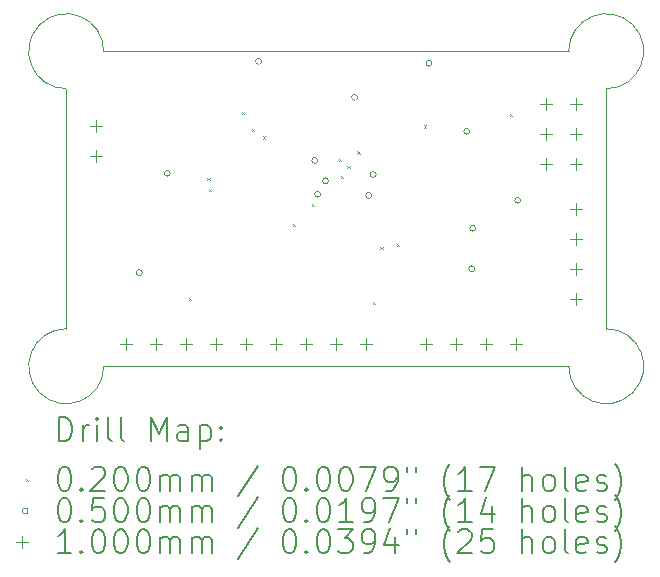
<source format=gbr>
%TF.GenerationSoftware,KiCad,Pcbnew,8.0.1*%
%TF.CreationDate,2024-04-18T13:35:58+10:00*%
%TF.ProjectId,MCU Datalogger,4d435520-4461-4746-916c-6f676765722e,1*%
%TF.SameCoordinates,Original*%
%TF.FileFunction,Drillmap*%
%TF.FilePolarity,Positive*%
%FSLAX45Y45*%
G04 Gerber Fmt 4.5, Leading zero omitted, Abs format (unit mm)*
G04 Created by KiCad (PCBNEW 8.0.1) date 2024-04-18 13:35:58*
%MOMM*%
%LPD*%
G01*
G04 APERTURE LIST*
%ADD10C,0.100000*%
%ADD11C,0.200000*%
G04 APERTURE END LIST*
D10*
X16573500Y-7048500D02*
X16573500Y-9080500D01*
X12001500Y-9080500D02*
X12001500Y-7048500D01*
X16256000Y-6731000D02*
G75*
G02*
X16573500Y-7048500I317500J0D01*
G01*
X16256000Y-9398000D02*
X12319000Y-9398000D01*
X12319000Y-9398000D02*
G75*
G02*
X12001500Y-9080500I-317500J0D01*
G01*
X16573500Y-9080500D02*
G75*
G02*
X16256000Y-9398000I0J-317500D01*
G01*
X12001500Y-7048500D02*
G75*
G02*
X12319000Y-6731000I0J317500D01*
G01*
X12319000Y-6731000D02*
X16256000Y-6731000D01*
D11*
D10*
X13037980Y-8816500D02*
X13057980Y-8836500D01*
X13057980Y-8816500D02*
X13037980Y-8836500D01*
X13196730Y-7804310D02*
X13216730Y-7824310D01*
X13216730Y-7804310D02*
X13196730Y-7824310D01*
X13208160Y-7897020D02*
X13228160Y-7917020D01*
X13228160Y-7897020D02*
X13208160Y-7917020D01*
X13490100Y-7244240D02*
X13510100Y-7264240D01*
X13510100Y-7244240D02*
X13490100Y-7264240D01*
X13573920Y-7386480D02*
X13593920Y-7406480D01*
X13593920Y-7386480D02*
X13573920Y-7406480D01*
X13665360Y-7452520D02*
X13685360Y-7472520D01*
X13685360Y-7452520D02*
X13665360Y-7472520D01*
X13921900Y-8194200D02*
X13941900Y-8214200D01*
X13941900Y-8194200D02*
X13921900Y-8214200D01*
X14081920Y-8024020D02*
X14101920Y-8044020D01*
X14101920Y-8024020D02*
X14081920Y-8044020D01*
X14307980Y-7640480D02*
X14327980Y-7660480D01*
X14327980Y-7640480D02*
X14307980Y-7660480D01*
X14325760Y-7785260D02*
X14345760Y-7805260D01*
X14345760Y-7785260D02*
X14325760Y-7805260D01*
X14381000Y-7701440D02*
X14401000Y-7721440D01*
X14401000Y-7701440D02*
X14381000Y-7721440D01*
X14465460Y-7579520D02*
X14485460Y-7599520D01*
X14485460Y-7579520D02*
X14465460Y-7599520D01*
X14595000Y-8852060D02*
X14615000Y-8872060D01*
X14615000Y-8852060D02*
X14595000Y-8872060D01*
X14661040Y-8384700D02*
X14681040Y-8404700D01*
X14681040Y-8384700D02*
X14661040Y-8404700D01*
X14800740Y-8364380D02*
X14820740Y-8384380D01*
X14820740Y-8364380D02*
X14800740Y-8384380D01*
X15029340Y-7358540D02*
X15049340Y-7378540D01*
X15049340Y-7358540D02*
X15029340Y-7378540D01*
X15758320Y-7259480D02*
X15778320Y-7279480D01*
X15778320Y-7259480D02*
X15758320Y-7279480D01*
X12643720Y-8605520D02*
G75*
G02*
X12593720Y-8605520I-25000J0D01*
G01*
X12593720Y-8605520D02*
G75*
G02*
X12643720Y-8605520I25000J0D01*
G01*
X12882480Y-7764780D02*
G75*
G02*
X12832480Y-7764780I-25000J0D01*
G01*
X12832480Y-7764780D02*
G75*
G02*
X12882480Y-7764780I25000J0D01*
G01*
X13654640Y-6817360D02*
G75*
G02*
X13604640Y-6817360I-25000J0D01*
G01*
X13604640Y-6817360D02*
G75*
G02*
X13654640Y-6817360I25000J0D01*
G01*
X14129620Y-7655560D02*
G75*
G02*
X14079620Y-7655560I-25000J0D01*
G01*
X14079620Y-7655560D02*
G75*
G02*
X14129620Y-7655560I25000J0D01*
G01*
X14155020Y-7942580D02*
G75*
G02*
X14105020Y-7942580I-25000J0D01*
G01*
X14105020Y-7942580D02*
G75*
G02*
X14155020Y-7942580I25000J0D01*
G01*
X14221060Y-7828280D02*
G75*
G02*
X14171060Y-7828280I-25000J0D01*
G01*
X14171060Y-7828280D02*
G75*
G02*
X14221060Y-7828280I25000J0D01*
G01*
X14467440Y-7122160D02*
G75*
G02*
X14417440Y-7122160I-25000J0D01*
G01*
X14417440Y-7122160D02*
G75*
G02*
X14467440Y-7122160I25000J0D01*
G01*
X14586820Y-7952740D02*
G75*
G02*
X14536820Y-7952740I-25000J0D01*
G01*
X14536820Y-7952740D02*
G75*
G02*
X14586820Y-7952740I25000J0D01*
G01*
X14624920Y-7774940D02*
G75*
G02*
X14574920Y-7774940I-25000J0D01*
G01*
X14574920Y-7774940D02*
G75*
G02*
X14624920Y-7774940I25000J0D01*
G01*
X15097360Y-6832600D02*
G75*
G02*
X15047360Y-6832600I-25000J0D01*
G01*
X15047360Y-6832600D02*
G75*
G02*
X15097360Y-6832600I25000J0D01*
G01*
X15417400Y-7409180D02*
G75*
G02*
X15367400Y-7409180I-25000J0D01*
G01*
X15367400Y-7409180D02*
G75*
G02*
X15417400Y-7409180I25000J0D01*
G01*
X15460580Y-8572500D02*
G75*
G02*
X15410580Y-8572500I-25000J0D01*
G01*
X15410580Y-8572500D02*
G75*
G02*
X15460580Y-8572500I25000J0D01*
G01*
X15468200Y-8229600D02*
G75*
G02*
X15418200Y-8229600I-25000J0D01*
G01*
X15418200Y-8229600D02*
G75*
G02*
X15468200Y-8229600I25000J0D01*
G01*
X15849200Y-7993380D02*
G75*
G02*
X15799200Y-7993380I-25000J0D01*
G01*
X15799200Y-7993380D02*
G75*
G02*
X15849200Y-7993380I25000J0D01*
G01*
X12255500Y-7316000D02*
X12255500Y-7416000D01*
X12205500Y-7366000D02*
X12305500Y-7366000D01*
X12255500Y-7570000D02*
X12255500Y-7670000D01*
X12205500Y-7620000D02*
X12305500Y-7620000D01*
X12510500Y-9157500D02*
X12510500Y-9257500D01*
X12460500Y-9207500D02*
X12560500Y-9207500D01*
X12764500Y-9157500D02*
X12764500Y-9257500D01*
X12714500Y-9207500D02*
X12814500Y-9207500D01*
X13018500Y-9157500D02*
X13018500Y-9257500D01*
X12968500Y-9207500D02*
X13068500Y-9207500D01*
X13272500Y-9157500D02*
X13272500Y-9257500D01*
X13222500Y-9207500D02*
X13322500Y-9207500D01*
X13526500Y-9157500D02*
X13526500Y-9257500D01*
X13476500Y-9207500D02*
X13576500Y-9207500D01*
X13780500Y-9157500D02*
X13780500Y-9257500D01*
X13730500Y-9207500D02*
X13830500Y-9207500D01*
X14034500Y-9157500D02*
X14034500Y-9257500D01*
X13984500Y-9207500D02*
X14084500Y-9207500D01*
X14288500Y-9157500D02*
X14288500Y-9257500D01*
X14238500Y-9207500D02*
X14338500Y-9207500D01*
X14542500Y-9157500D02*
X14542500Y-9257500D01*
X14492500Y-9207500D02*
X14592500Y-9207500D01*
X15050500Y-9157500D02*
X15050500Y-9257500D01*
X15000500Y-9207500D02*
X15100500Y-9207500D01*
X15304500Y-9157500D02*
X15304500Y-9257500D01*
X15254500Y-9207500D02*
X15354500Y-9207500D01*
X15558500Y-9157500D02*
X15558500Y-9257500D01*
X15508500Y-9207500D02*
X15608500Y-9207500D01*
X15812500Y-9157500D02*
X15812500Y-9257500D01*
X15762500Y-9207500D02*
X15862500Y-9207500D01*
X16065000Y-7127000D02*
X16065000Y-7227000D01*
X16015000Y-7177000D02*
X16115000Y-7177000D01*
X16065000Y-7381000D02*
X16065000Y-7481000D01*
X16015000Y-7431000D02*
X16115000Y-7431000D01*
X16065000Y-7635000D02*
X16065000Y-7735000D01*
X16015000Y-7685000D02*
X16115000Y-7685000D01*
X16319000Y-7127000D02*
X16319000Y-7227000D01*
X16269000Y-7177000D02*
X16369000Y-7177000D01*
X16319000Y-7381000D02*
X16319000Y-7481000D01*
X16269000Y-7431000D02*
X16369000Y-7431000D01*
X16319000Y-7635000D02*
X16319000Y-7735000D01*
X16269000Y-7685000D02*
X16369000Y-7685000D01*
X16319500Y-8014500D02*
X16319500Y-8114500D01*
X16269500Y-8064500D02*
X16369500Y-8064500D01*
X16319500Y-8268500D02*
X16319500Y-8368500D01*
X16269500Y-8318500D02*
X16369500Y-8318500D01*
X16319500Y-8522500D02*
X16319500Y-8622500D01*
X16269500Y-8572500D02*
X16369500Y-8572500D01*
X16319500Y-8776500D02*
X16319500Y-8876500D01*
X16269500Y-8826500D02*
X16369500Y-8826500D01*
D11*
X11939777Y-10031984D02*
X11939777Y-9831984D01*
X11939777Y-9831984D02*
X11987396Y-9831984D01*
X11987396Y-9831984D02*
X12015967Y-9841508D01*
X12015967Y-9841508D02*
X12035015Y-9860555D01*
X12035015Y-9860555D02*
X12044539Y-9879603D01*
X12044539Y-9879603D02*
X12054062Y-9917698D01*
X12054062Y-9917698D02*
X12054062Y-9946270D01*
X12054062Y-9946270D02*
X12044539Y-9984365D01*
X12044539Y-9984365D02*
X12035015Y-10003412D01*
X12035015Y-10003412D02*
X12015967Y-10022460D01*
X12015967Y-10022460D02*
X11987396Y-10031984D01*
X11987396Y-10031984D02*
X11939777Y-10031984D01*
X12139777Y-10031984D02*
X12139777Y-9898650D01*
X12139777Y-9936746D02*
X12149301Y-9917698D01*
X12149301Y-9917698D02*
X12158824Y-9908174D01*
X12158824Y-9908174D02*
X12177872Y-9898650D01*
X12177872Y-9898650D02*
X12196920Y-9898650D01*
X12263586Y-10031984D02*
X12263586Y-9898650D01*
X12263586Y-9831984D02*
X12254062Y-9841508D01*
X12254062Y-9841508D02*
X12263586Y-9851031D01*
X12263586Y-9851031D02*
X12273110Y-9841508D01*
X12273110Y-9841508D02*
X12263586Y-9831984D01*
X12263586Y-9831984D02*
X12263586Y-9851031D01*
X12387396Y-10031984D02*
X12368348Y-10022460D01*
X12368348Y-10022460D02*
X12358824Y-10003412D01*
X12358824Y-10003412D02*
X12358824Y-9831984D01*
X12492158Y-10031984D02*
X12473110Y-10022460D01*
X12473110Y-10022460D02*
X12463586Y-10003412D01*
X12463586Y-10003412D02*
X12463586Y-9831984D01*
X12720729Y-10031984D02*
X12720729Y-9831984D01*
X12720729Y-9831984D02*
X12787396Y-9974841D01*
X12787396Y-9974841D02*
X12854062Y-9831984D01*
X12854062Y-9831984D02*
X12854062Y-10031984D01*
X13035015Y-10031984D02*
X13035015Y-9927222D01*
X13035015Y-9927222D02*
X13025491Y-9908174D01*
X13025491Y-9908174D02*
X13006443Y-9898650D01*
X13006443Y-9898650D02*
X12968348Y-9898650D01*
X12968348Y-9898650D02*
X12949301Y-9908174D01*
X13035015Y-10022460D02*
X13015967Y-10031984D01*
X13015967Y-10031984D02*
X12968348Y-10031984D01*
X12968348Y-10031984D02*
X12949301Y-10022460D01*
X12949301Y-10022460D02*
X12939777Y-10003412D01*
X12939777Y-10003412D02*
X12939777Y-9984365D01*
X12939777Y-9984365D02*
X12949301Y-9965317D01*
X12949301Y-9965317D02*
X12968348Y-9955793D01*
X12968348Y-9955793D02*
X13015967Y-9955793D01*
X13015967Y-9955793D02*
X13035015Y-9946270D01*
X13130253Y-9898650D02*
X13130253Y-10098650D01*
X13130253Y-9908174D02*
X13149301Y-9898650D01*
X13149301Y-9898650D02*
X13187396Y-9898650D01*
X13187396Y-9898650D02*
X13206443Y-9908174D01*
X13206443Y-9908174D02*
X13215967Y-9917698D01*
X13215967Y-9917698D02*
X13225491Y-9936746D01*
X13225491Y-9936746D02*
X13225491Y-9993889D01*
X13225491Y-9993889D02*
X13215967Y-10012936D01*
X13215967Y-10012936D02*
X13206443Y-10022460D01*
X13206443Y-10022460D02*
X13187396Y-10031984D01*
X13187396Y-10031984D02*
X13149301Y-10031984D01*
X13149301Y-10031984D02*
X13130253Y-10022460D01*
X13311205Y-10012936D02*
X13320729Y-10022460D01*
X13320729Y-10022460D02*
X13311205Y-10031984D01*
X13311205Y-10031984D02*
X13301682Y-10022460D01*
X13301682Y-10022460D02*
X13311205Y-10012936D01*
X13311205Y-10012936D02*
X13311205Y-10031984D01*
X13311205Y-9908174D02*
X13320729Y-9917698D01*
X13320729Y-9917698D02*
X13311205Y-9927222D01*
X13311205Y-9927222D02*
X13301682Y-9917698D01*
X13301682Y-9917698D02*
X13311205Y-9908174D01*
X13311205Y-9908174D02*
X13311205Y-9927222D01*
D10*
X11659000Y-10350500D02*
X11679000Y-10370500D01*
X11679000Y-10350500D02*
X11659000Y-10370500D01*
D11*
X11977872Y-10251984D02*
X11996920Y-10251984D01*
X11996920Y-10251984D02*
X12015967Y-10261508D01*
X12015967Y-10261508D02*
X12025491Y-10271031D01*
X12025491Y-10271031D02*
X12035015Y-10290079D01*
X12035015Y-10290079D02*
X12044539Y-10328174D01*
X12044539Y-10328174D02*
X12044539Y-10375793D01*
X12044539Y-10375793D02*
X12035015Y-10413889D01*
X12035015Y-10413889D02*
X12025491Y-10432936D01*
X12025491Y-10432936D02*
X12015967Y-10442460D01*
X12015967Y-10442460D02*
X11996920Y-10451984D01*
X11996920Y-10451984D02*
X11977872Y-10451984D01*
X11977872Y-10451984D02*
X11958824Y-10442460D01*
X11958824Y-10442460D02*
X11949301Y-10432936D01*
X11949301Y-10432936D02*
X11939777Y-10413889D01*
X11939777Y-10413889D02*
X11930253Y-10375793D01*
X11930253Y-10375793D02*
X11930253Y-10328174D01*
X11930253Y-10328174D02*
X11939777Y-10290079D01*
X11939777Y-10290079D02*
X11949301Y-10271031D01*
X11949301Y-10271031D02*
X11958824Y-10261508D01*
X11958824Y-10261508D02*
X11977872Y-10251984D01*
X12130253Y-10432936D02*
X12139777Y-10442460D01*
X12139777Y-10442460D02*
X12130253Y-10451984D01*
X12130253Y-10451984D02*
X12120729Y-10442460D01*
X12120729Y-10442460D02*
X12130253Y-10432936D01*
X12130253Y-10432936D02*
X12130253Y-10451984D01*
X12215967Y-10271031D02*
X12225491Y-10261508D01*
X12225491Y-10261508D02*
X12244539Y-10251984D01*
X12244539Y-10251984D02*
X12292158Y-10251984D01*
X12292158Y-10251984D02*
X12311205Y-10261508D01*
X12311205Y-10261508D02*
X12320729Y-10271031D01*
X12320729Y-10271031D02*
X12330253Y-10290079D01*
X12330253Y-10290079D02*
X12330253Y-10309127D01*
X12330253Y-10309127D02*
X12320729Y-10337698D01*
X12320729Y-10337698D02*
X12206443Y-10451984D01*
X12206443Y-10451984D02*
X12330253Y-10451984D01*
X12454062Y-10251984D02*
X12473110Y-10251984D01*
X12473110Y-10251984D02*
X12492158Y-10261508D01*
X12492158Y-10261508D02*
X12501682Y-10271031D01*
X12501682Y-10271031D02*
X12511205Y-10290079D01*
X12511205Y-10290079D02*
X12520729Y-10328174D01*
X12520729Y-10328174D02*
X12520729Y-10375793D01*
X12520729Y-10375793D02*
X12511205Y-10413889D01*
X12511205Y-10413889D02*
X12501682Y-10432936D01*
X12501682Y-10432936D02*
X12492158Y-10442460D01*
X12492158Y-10442460D02*
X12473110Y-10451984D01*
X12473110Y-10451984D02*
X12454062Y-10451984D01*
X12454062Y-10451984D02*
X12435015Y-10442460D01*
X12435015Y-10442460D02*
X12425491Y-10432936D01*
X12425491Y-10432936D02*
X12415967Y-10413889D01*
X12415967Y-10413889D02*
X12406443Y-10375793D01*
X12406443Y-10375793D02*
X12406443Y-10328174D01*
X12406443Y-10328174D02*
X12415967Y-10290079D01*
X12415967Y-10290079D02*
X12425491Y-10271031D01*
X12425491Y-10271031D02*
X12435015Y-10261508D01*
X12435015Y-10261508D02*
X12454062Y-10251984D01*
X12644539Y-10251984D02*
X12663586Y-10251984D01*
X12663586Y-10251984D02*
X12682634Y-10261508D01*
X12682634Y-10261508D02*
X12692158Y-10271031D01*
X12692158Y-10271031D02*
X12701682Y-10290079D01*
X12701682Y-10290079D02*
X12711205Y-10328174D01*
X12711205Y-10328174D02*
X12711205Y-10375793D01*
X12711205Y-10375793D02*
X12701682Y-10413889D01*
X12701682Y-10413889D02*
X12692158Y-10432936D01*
X12692158Y-10432936D02*
X12682634Y-10442460D01*
X12682634Y-10442460D02*
X12663586Y-10451984D01*
X12663586Y-10451984D02*
X12644539Y-10451984D01*
X12644539Y-10451984D02*
X12625491Y-10442460D01*
X12625491Y-10442460D02*
X12615967Y-10432936D01*
X12615967Y-10432936D02*
X12606443Y-10413889D01*
X12606443Y-10413889D02*
X12596920Y-10375793D01*
X12596920Y-10375793D02*
X12596920Y-10328174D01*
X12596920Y-10328174D02*
X12606443Y-10290079D01*
X12606443Y-10290079D02*
X12615967Y-10271031D01*
X12615967Y-10271031D02*
X12625491Y-10261508D01*
X12625491Y-10261508D02*
X12644539Y-10251984D01*
X12796920Y-10451984D02*
X12796920Y-10318650D01*
X12796920Y-10337698D02*
X12806443Y-10328174D01*
X12806443Y-10328174D02*
X12825491Y-10318650D01*
X12825491Y-10318650D02*
X12854063Y-10318650D01*
X12854063Y-10318650D02*
X12873110Y-10328174D01*
X12873110Y-10328174D02*
X12882634Y-10347222D01*
X12882634Y-10347222D02*
X12882634Y-10451984D01*
X12882634Y-10347222D02*
X12892158Y-10328174D01*
X12892158Y-10328174D02*
X12911205Y-10318650D01*
X12911205Y-10318650D02*
X12939777Y-10318650D01*
X12939777Y-10318650D02*
X12958824Y-10328174D01*
X12958824Y-10328174D02*
X12968348Y-10347222D01*
X12968348Y-10347222D02*
X12968348Y-10451984D01*
X13063586Y-10451984D02*
X13063586Y-10318650D01*
X13063586Y-10337698D02*
X13073110Y-10328174D01*
X13073110Y-10328174D02*
X13092158Y-10318650D01*
X13092158Y-10318650D02*
X13120729Y-10318650D01*
X13120729Y-10318650D02*
X13139777Y-10328174D01*
X13139777Y-10328174D02*
X13149301Y-10347222D01*
X13149301Y-10347222D02*
X13149301Y-10451984D01*
X13149301Y-10347222D02*
X13158824Y-10328174D01*
X13158824Y-10328174D02*
X13177872Y-10318650D01*
X13177872Y-10318650D02*
X13206443Y-10318650D01*
X13206443Y-10318650D02*
X13225491Y-10328174D01*
X13225491Y-10328174D02*
X13235015Y-10347222D01*
X13235015Y-10347222D02*
X13235015Y-10451984D01*
X13625491Y-10242460D02*
X13454063Y-10499603D01*
X13882634Y-10251984D02*
X13901682Y-10251984D01*
X13901682Y-10251984D02*
X13920729Y-10261508D01*
X13920729Y-10261508D02*
X13930253Y-10271031D01*
X13930253Y-10271031D02*
X13939777Y-10290079D01*
X13939777Y-10290079D02*
X13949301Y-10328174D01*
X13949301Y-10328174D02*
X13949301Y-10375793D01*
X13949301Y-10375793D02*
X13939777Y-10413889D01*
X13939777Y-10413889D02*
X13930253Y-10432936D01*
X13930253Y-10432936D02*
X13920729Y-10442460D01*
X13920729Y-10442460D02*
X13901682Y-10451984D01*
X13901682Y-10451984D02*
X13882634Y-10451984D01*
X13882634Y-10451984D02*
X13863586Y-10442460D01*
X13863586Y-10442460D02*
X13854063Y-10432936D01*
X13854063Y-10432936D02*
X13844539Y-10413889D01*
X13844539Y-10413889D02*
X13835015Y-10375793D01*
X13835015Y-10375793D02*
X13835015Y-10328174D01*
X13835015Y-10328174D02*
X13844539Y-10290079D01*
X13844539Y-10290079D02*
X13854063Y-10271031D01*
X13854063Y-10271031D02*
X13863586Y-10261508D01*
X13863586Y-10261508D02*
X13882634Y-10251984D01*
X14035015Y-10432936D02*
X14044539Y-10442460D01*
X14044539Y-10442460D02*
X14035015Y-10451984D01*
X14035015Y-10451984D02*
X14025491Y-10442460D01*
X14025491Y-10442460D02*
X14035015Y-10432936D01*
X14035015Y-10432936D02*
X14035015Y-10451984D01*
X14168348Y-10251984D02*
X14187396Y-10251984D01*
X14187396Y-10251984D02*
X14206444Y-10261508D01*
X14206444Y-10261508D02*
X14215967Y-10271031D01*
X14215967Y-10271031D02*
X14225491Y-10290079D01*
X14225491Y-10290079D02*
X14235015Y-10328174D01*
X14235015Y-10328174D02*
X14235015Y-10375793D01*
X14235015Y-10375793D02*
X14225491Y-10413889D01*
X14225491Y-10413889D02*
X14215967Y-10432936D01*
X14215967Y-10432936D02*
X14206444Y-10442460D01*
X14206444Y-10442460D02*
X14187396Y-10451984D01*
X14187396Y-10451984D02*
X14168348Y-10451984D01*
X14168348Y-10451984D02*
X14149301Y-10442460D01*
X14149301Y-10442460D02*
X14139777Y-10432936D01*
X14139777Y-10432936D02*
X14130253Y-10413889D01*
X14130253Y-10413889D02*
X14120729Y-10375793D01*
X14120729Y-10375793D02*
X14120729Y-10328174D01*
X14120729Y-10328174D02*
X14130253Y-10290079D01*
X14130253Y-10290079D02*
X14139777Y-10271031D01*
X14139777Y-10271031D02*
X14149301Y-10261508D01*
X14149301Y-10261508D02*
X14168348Y-10251984D01*
X14358825Y-10251984D02*
X14377872Y-10251984D01*
X14377872Y-10251984D02*
X14396920Y-10261508D01*
X14396920Y-10261508D02*
X14406444Y-10271031D01*
X14406444Y-10271031D02*
X14415967Y-10290079D01*
X14415967Y-10290079D02*
X14425491Y-10328174D01*
X14425491Y-10328174D02*
X14425491Y-10375793D01*
X14425491Y-10375793D02*
X14415967Y-10413889D01*
X14415967Y-10413889D02*
X14406444Y-10432936D01*
X14406444Y-10432936D02*
X14396920Y-10442460D01*
X14396920Y-10442460D02*
X14377872Y-10451984D01*
X14377872Y-10451984D02*
X14358825Y-10451984D01*
X14358825Y-10451984D02*
X14339777Y-10442460D01*
X14339777Y-10442460D02*
X14330253Y-10432936D01*
X14330253Y-10432936D02*
X14320729Y-10413889D01*
X14320729Y-10413889D02*
X14311206Y-10375793D01*
X14311206Y-10375793D02*
X14311206Y-10328174D01*
X14311206Y-10328174D02*
X14320729Y-10290079D01*
X14320729Y-10290079D02*
X14330253Y-10271031D01*
X14330253Y-10271031D02*
X14339777Y-10261508D01*
X14339777Y-10261508D02*
X14358825Y-10251984D01*
X14492158Y-10251984D02*
X14625491Y-10251984D01*
X14625491Y-10251984D02*
X14539777Y-10451984D01*
X14711206Y-10451984D02*
X14749301Y-10451984D01*
X14749301Y-10451984D02*
X14768348Y-10442460D01*
X14768348Y-10442460D02*
X14777872Y-10432936D01*
X14777872Y-10432936D02*
X14796920Y-10404365D01*
X14796920Y-10404365D02*
X14806444Y-10366270D01*
X14806444Y-10366270D02*
X14806444Y-10290079D01*
X14806444Y-10290079D02*
X14796920Y-10271031D01*
X14796920Y-10271031D02*
X14787396Y-10261508D01*
X14787396Y-10261508D02*
X14768348Y-10251984D01*
X14768348Y-10251984D02*
X14730253Y-10251984D01*
X14730253Y-10251984D02*
X14711206Y-10261508D01*
X14711206Y-10261508D02*
X14701682Y-10271031D01*
X14701682Y-10271031D02*
X14692158Y-10290079D01*
X14692158Y-10290079D02*
X14692158Y-10337698D01*
X14692158Y-10337698D02*
X14701682Y-10356746D01*
X14701682Y-10356746D02*
X14711206Y-10366270D01*
X14711206Y-10366270D02*
X14730253Y-10375793D01*
X14730253Y-10375793D02*
X14768348Y-10375793D01*
X14768348Y-10375793D02*
X14787396Y-10366270D01*
X14787396Y-10366270D02*
X14796920Y-10356746D01*
X14796920Y-10356746D02*
X14806444Y-10337698D01*
X14882634Y-10251984D02*
X14882634Y-10290079D01*
X14958825Y-10251984D02*
X14958825Y-10290079D01*
X15254063Y-10528174D02*
X15244539Y-10518650D01*
X15244539Y-10518650D02*
X15225491Y-10490079D01*
X15225491Y-10490079D02*
X15215968Y-10471031D01*
X15215968Y-10471031D02*
X15206444Y-10442460D01*
X15206444Y-10442460D02*
X15196920Y-10394841D01*
X15196920Y-10394841D02*
X15196920Y-10356746D01*
X15196920Y-10356746D02*
X15206444Y-10309127D01*
X15206444Y-10309127D02*
X15215968Y-10280555D01*
X15215968Y-10280555D02*
X15225491Y-10261508D01*
X15225491Y-10261508D02*
X15244539Y-10232936D01*
X15244539Y-10232936D02*
X15254063Y-10223412D01*
X15435015Y-10451984D02*
X15320729Y-10451984D01*
X15377872Y-10451984D02*
X15377872Y-10251984D01*
X15377872Y-10251984D02*
X15358825Y-10280555D01*
X15358825Y-10280555D02*
X15339777Y-10299603D01*
X15339777Y-10299603D02*
X15320729Y-10309127D01*
X15501682Y-10251984D02*
X15635015Y-10251984D01*
X15635015Y-10251984D02*
X15549301Y-10451984D01*
X15863587Y-10451984D02*
X15863587Y-10251984D01*
X15949301Y-10451984D02*
X15949301Y-10347222D01*
X15949301Y-10347222D02*
X15939777Y-10328174D01*
X15939777Y-10328174D02*
X15920730Y-10318650D01*
X15920730Y-10318650D02*
X15892158Y-10318650D01*
X15892158Y-10318650D02*
X15873110Y-10328174D01*
X15873110Y-10328174D02*
X15863587Y-10337698D01*
X16073110Y-10451984D02*
X16054063Y-10442460D01*
X16054063Y-10442460D02*
X16044539Y-10432936D01*
X16044539Y-10432936D02*
X16035015Y-10413889D01*
X16035015Y-10413889D02*
X16035015Y-10356746D01*
X16035015Y-10356746D02*
X16044539Y-10337698D01*
X16044539Y-10337698D02*
X16054063Y-10328174D01*
X16054063Y-10328174D02*
X16073110Y-10318650D01*
X16073110Y-10318650D02*
X16101682Y-10318650D01*
X16101682Y-10318650D02*
X16120730Y-10328174D01*
X16120730Y-10328174D02*
X16130253Y-10337698D01*
X16130253Y-10337698D02*
X16139777Y-10356746D01*
X16139777Y-10356746D02*
X16139777Y-10413889D01*
X16139777Y-10413889D02*
X16130253Y-10432936D01*
X16130253Y-10432936D02*
X16120730Y-10442460D01*
X16120730Y-10442460D02*
X16101682Y-10451984D01*
X16101682Y-10451984D02*
X16073110Y-10451984D01*
X16254063Y-10451984D02*
X16235015Y-10442460D01*
X16235015Y-10442460D02*
X16225491Y-10423412D01*
X16225491Y-10423412D02*
X16225491Y-10251984D01*
X16406444Y-10442460D02*
X16387396Y-10451984D01*
X16387396Y-10451984D02*
X16349301Y-10451984D01*
X16349301Y-10451984D02*
X16330253Y-10442460D01*
X16330253Y-10442460D02*
X16320730Y-10423412D01*
X16320730Y-10423412D02*
X16320730Y-10347222D01*
X16320730Y-10347222D02*
X16330253Y-10328174D01*
X16330253Y-10328174D02*
X16349301Y-10318650D01*
X16349301Y-10318650D02*
X16387396Y-10318650D01*
X16387396Y-10318650D02*
X16406444Y-10328174D01*
X16406444Y-10328174D02*
X16415968Y-10347222D01*
X16415968Y-10347222D02*
X16415968Y-10366270D01*
X16415968Y-10366270D02*
X16320730Y-10385317D01*
X16492158Y-10442460D02*
X16511206Y-10451984D01*
X16511206Y-10451984D02*
X16549301Y-10451984D01*
X16549301Y-10451984D02*
X16568349Y-10442460D01*
X16568349Y-10442460D02*
X16577872Y-10423412D01*
X16577872Y-10423412D02*
X16577872Y-10413889D01*
X16577872Y-10413889D02*
X16568349Y-10394841D01*
X16568349Y-10394841D02*
X16549301Y-10385317D01*
X16549301Y-10385317D02*
X16520730Y-10385317D01*
X16520730Y-10385317D02*
X16501682Y-10375793D01*
X16501682Y-10375793D02*
X16492158Y-10356746D01*
X16492158Y-10356746D02*
X16492158Y-10347222D01*
X16492158Y-10347222D02*
X16501682Y-10328174D01*
X16501682Y-10328174D02*
X16520730Y-10318650D01*
X16520730Y-10318650D02*
X16549301Y-10318650D01*
X16549301Y-10318650D02*
X16568349Y-10328174D01*
X16644539Y-10528174D02*
X16654063Y-10518650D01*
X16654063Y-10518650D02*
X16673111Y-10490079D01*
X16673111Y-10490079D02*
X16682634Y-10471031D01*
X16682634Y-10471031D02*
X16692158Y-10442460D01*
X16692158Y-10442460D02*
X16701682Y-10394841D01*
X16701682Y-10394841D02*
X16701682Y-10356746D01*
X16701682Y-10356746D02*
X16692158Y-10309127D01*
X16692158Y-10309127D02*
X16682634Y-10280555D01*
X16682634Y-10280555D02*
X16673111Y-10261508D01*
X16673111Y-10261508D02*
X16654063Y-10232936D01*
X16654063Y-10232936D02*
X16644539Y-10223412D01*
D10*
X11679000Y-10624500D02*
G75*
G02*
X11629000Y-10624500I-25000J0D01*
G01*
X11629000Y-10624500D02*
G75*
G02*
X11679000Y-10624500I25000J0D01*
G01*
D11*
X11977872Y-10515984D02*
X11996920Y-10515984D01*
X11996920Y-10515984D02*
X12015967Y-10525508D01*
X12015967Y-10525508D02*
X12025491Y-10535031D01*
X12025491Y-10535031D02*
X12035015Y-10554079D01*
X12035015Y-10554079D02*
X12044539Y-10592174D01*
X12044539Y-10592174D02*
X12044539Y-10639793D01*
X12044539Y-10639793D02*
X12035015Y-10677889D01*
X12035015Y-10677889D02*
X12025491Y-10696936D01*
X12025491Y-10696936D02*
X12015967Y-10706460D01*
X12015967Y-10706460D02*
X11996920Y-10715984D01*
X11996920Y-10715984D02*
X11977872Y-10715984D01*
X11977872Y-10715984D02*
X11958824Y-10706460D01*
X11958824Y-10706460D02*
X11949301Y-10696936D01*
X11949301Y-10696936D02*
X11939777Y-10677889D01*
X11939777Y-10677889D02*
X11930253Y-10639793D01*
X11930253Y-10639793D02*
X11930253Y-10592174D01*
X11930253Y-10592174D02*
X11939777Y-10554079D01*
X11939777Y-10554079D02*
X11949301Y-10535031D01*
X11949301Y-10535031D02*
X11958824Y-10525508D01*
X11958824Y-10525508D02*
X11977872Y-10515984D01*
X12130253Y-10696936D02*
X12139777Y-10706460D01*
X12139777Y-10706460D02*
X12130253Y-10715984D01*
X12130253Y-10715984D02*
X12120729Y-10706460D01*
X12120729Y-10706460D02*
X12130253Y-10696936D01*
X12130253Y-10696936D02*
X12130253Y-10715984D01*
X12320729Y-10515984D02*
X12225491Y-10515984D01*
X12225491Y-10515984D02*
X12215967Y-10611222D01*
X12215967Y-10611222D02*
X12225491Y-10601698D01*
X12225491Y-10601698D02*
X12244539Y-10592174D01*
X12244539Y-10592174D02*
X12292158Y-10592174D01*
X12292158Y-10592174D02*
X12311205Y-10601698D01*
X12311205Y-10601698D02*
X12320729Y-10611222D01*
X12320729Y-10611222D02*
X12330253Y-10630270D01*
X12330253Y-10630270D02*
X12330253Y-10677889D01*
X12330253Y-10677889D02*
X12320729Y-10696936D01*
X12320729Y-10696936D02*
X12311205Y-10706460D01*
X12311205Y-10706460D02*
X12292158Y-10715984D01*
X12292158Y-10715984D02*
X12244539Y-10715984D01*
X12244539Y-10715984D02*
X12225491Y-10706460D01*
X12225491Y-10706460D02*
X12215967Y-10696936D01*
X12454062Y-10515984D02*
X12473110Y-10515984D01*
X12473110Y-10515984D02*
X12492158Y-10525508D01*
X12492158Y-10525508D02*
X12501682Y-10535031D01*
X12501682Y-10535031D02*
X12511205Y-10554079D01*
X12511205Y-10554079D02*
X12520729Y-10592174D01*
X12520729Y-10592174D02*
X12520729Y-10639793D01*
X12520729Y-10639793D02*
X12511205Y-10677889D01*
X12511205Y-10677889D02*
X12501682Y-10696936D01*
X12501682Y-10696936D02*
X12492158Y-10706460D01*
X12492158Y-10706460D02*
X12473110Y-10715984D01*
X12473110Y-10715984D02*
X12454062Y-10715984D01*
X12454062Y-10715984D02*
X12435015Y-10706460D01*
X12435015Y-10706460D02*
X12425491Y-10696936D01*
X12425491Y-10696936D02*
X12415967Y-10677889D01*
X12415967Y-10677889D02*
X12406443Y-10639793D01*
X12406443Y-10639793D02*
X12406443Y-10592174D01*
X12406443Y-10592174D02*
X12415967Y-10554079D01*
X12415967Y-10554079D02*
X12425491Y-10535031D01*
X12425491Y-10535031D02*
X12435015Y-10525508D01*
X12435015Y-10525508D02*
X12454062Y-10515984D01*
X12644539Y-10515984D02*
X12663586Y-10515984D01*
X12663586Y-10515984D02*
X12682634Y-10525508D01*
X12682634Y-10525508D02*
X12692158Y-10535031D01*
X12692158Y-10535031D02*
X12701682Y-10554079D01*
X12701682Y-10554079D02*
X12711205Y-10592174D01*
X12711205Y-10592174D02*
X12711205Y-10639793D01*
X12711205Y-10639793D02*
X12701682Y-10677889D01*
X12701682Y-10677889D02*
X12692158Y-10696936D01*
X12692158Y-10696936D02*
X12682634Y-10706460D01*
X12682634Y-10706460D02*
X12663586Y-10715984D01*
X12663586Y-10715984D02*
X12644539Y-10715984D01*
X12644539Y-10715984D02*
X12625491Y-10706460D01*
X12625491Y-10706460D02*
X12615967Y-10696936D01*
X12615967Y-10696936D02*
X12606443Y-10677889D01*
X12606443Y-10677889D02*
X12596920Y-10639793D01*
X12596920Y-10639793D02*
X12596920Y-10592174D01*
X12596920Y-10592174D02*
X12606443Y-10554079D01*
X12606443Y-10554079D02*
X12615967Y-10535031D01*
X12615967Y-10535031D02*
X12625491Y-10525508D01*
X12625491Y-10525508D02*
X12644539Y-10515984D01*
X12796920Y-10715984D02*
X12796920Y-10582650D01*
X12796920Y-10601698D02*
X12806443Y-10592174D01*
X12806443Y-10592174D02*
X12825491Y-10582650D01*
X12825491Y-10582650D02*
X12854063Y-10582650D01*
X12854063Y-10582650D02*
X12873110Y-10592174D01*
X12873110Y-10592174D02*
X12882634Y-10611222D01*
X12882634Y-10611222D02*
X12882634Y-10715984D01*
X12882634Y-10611222D02*
X12892158Y-10592174D01*
X12892158Y-10592174D02*
X12911205Y-10582650D01*
X12911205Y-10582650D02*
X12939777Y-10582650D01*
X12939777Y-10582650D02*
X12958824Y-10592174D01*
X12958824Y-10592174D02*
X12968348Y-10611222D01*
X12968348Y-10611222D02*
X12968348Y-10715984D01*
X13063586Y-10715984D02*
X13063586Y-10582650D01*
X13063586Y-10601698D02*
X13073110Y-10592174D01*
X13073110Y-10592174D02*
X13092158Y-10582650D01*
X13092158Y-10582650D02*
X13120729Y-10582650D01*
X13120729Y-10582650D02*
X13139777Y-10592174D01*
X13139777Y-10592174D02*
X13149301Y-10611222D01*
X13149301Y-10611222D02*
X13149301Y-10715984D01*
X13149301Y-10611222D02*
X13158824Y-10592174D01*
X13158824Y-10592174D02*
X13177872Y-10582650D01*
X13177872Y-10582650D02*
X13206443Y-10582650D01*
X13206443Y-10582650D02*
X13225491Y-10592174D01*
X13225491Y-10592174D02*
X13235015Y-10611222D01*
X13235015Y-10611222D02*
X13235015Y-10715984D01*
X13625491Y-10506460D02*
X13454063Y-10763603D01*
X13882634Y-10515984D02*
X13901682Y-10515984D01*
X13901682Y-10515984D02*
X13920729Y-10525508D01*
X13920729Y-10525508D02*
X13930253Y-10535031D01*
X13930253Y-10535031D02*
X13939777Y-10554079D01*
X13939777Y-10554079D02*
X13949301Y-10592174D01*
X13949301Y-10592174D02*
X13949301Y-10639793D01*
X13949301Y-10639793D02*
X13939777Y-10677889D01*
X13939777Y-10677889D02*
X13930253Y-10696936D01*
X13930253Y-10696936D02*
X13920729Y-10706460D01*
X13920729Y-10706460D02*
X13901682Y-10715984D01*
X13901682Y-10715984D02*
X13882634Y-10715984D01*
X13882634Y-10715984D02*
X13863586Y-10706460D01*
X13863586Y-10706460D02*
X13854063Y-10696936D01*
X13854063Y-10696936D02*
X13844539Y-10677889D01*
X13844539Y-10677889D02*
X13835015Y-10639793D01*
X13835015Y-10639793D02*
X13835015Y-10592174D01*
X13835015Y-10592174D02*
X13844539Y-10554079D01*
X13844539Y-10554079D02*
X13854063Y-10535031D01*
X13854063Y-10535031D02*
X13863586Y-10525508D01*
X13863586Y-10525508D02*
X13882634Y-10515984D01*
X14035015Y-10696936D02*
X14044539Y-10706460D01*
X14044539Y-10706460D02*
X14035015Y-10715984D01*
X14035015Y-10715984D02*
X14025491Y-10706460D01*
X14025491Y-10706460D02*
X14035015Y-10696936D01*
X14035015Y-10696936D02*
X14035015Y-10715984D01*
X14168348Y-10515984D02*
X14187396Y-10515984D01*
X14187396Y-10515984D02*
X14206444Y-10525508D01*
X14206444Y-10525508D02*
X14215967Y-10535031D01*
X14215967Y-10535031D02*
X14225491Y-10554079D01*
X14225491Y-10554079D02*
X14235015Y-10592174D01*
X14235015Y-10592174D02*
X14235015Y-10639793D01*
X14235015Y-10639793D02*
X14225491Y-10677889D01*
X14225491Y-10677889D02*
X14215967Y-10696936D01*
X14215967Y-10696936D02*
X14206444Y-10706460D01*
X14206444Y-10706460D02*
X14187396Y-10715984D01*
X14187396Y-10715984D02*
X14168348Y-10715984D01*
X14168348Y-10715984D02*
X14149301Y-10706460D01*
X14149301Y-10706460D02*
X14139777Y-10696936D01*
X14139777Y-10696936D02*
X14130253Y-10677889D01*
X14130253Y-10677889D02*
X14120729Y-10639793D01*
X14120729Y-10639793D02*
X14120729Y-10592174D01*
X14120729Y-10592174D02*
X14130253Y-10554079D01*
X14130253Y-10554079D02*
X14139777Y-10535031D01*
X14139777Y-10535031D02*
X14149301Y-10525508D01*
X14149301Y-10525508D02*
X14168348Y-10515984D01*
X14425491Y-10715984D02*
X14311206Y-10715984D01*
X14368348Y-10715984D02*
X14368348Y-10515984D01*
X14368348Y-10515984D02*
X14349301Y-10544555D01*
X14349301Y-10544555D02*
X14330253Y-10563603D01*
X14330253Y-10563603D02*
X14311206Y-10573127D01*
X14520729Y-10715984D02*
X14558825Y-10715984D01*
X14558825Y-10715984D02*
X14577872Y-10706460D01*
X14577872Y-10706460D02*
X14587396Y-10696936D01*
X14587396Y-10696936D02*
X14606444Y-10668365D01*
X14606444Y-10668365D02*
X14615967Y-10630270D01*
X14615967Y-10630270D02*
X14615967Y-10554079D01*
X14615967Y-10554079D02*
X14606444Y-10535031D01*
X14606444Y-10535031D02*
X14596920Y-10525508D01*
X14596920Y-10525508D02*
X14577872Y-10515984D01*
X14577872Y-10515984D02*
X14539777Y-10515984D01*
X14539777Y-10515984D02*
X14520729Y-10525508D01*
X14520729Y-10525508D02*
X14511206Y-10535031D01*
X14511206Y-10535031D02*
X14501682Y-10554079D01*
X14501682Y-10554079D02*
X14501682Y-10601698D01*
X14501682Y-10601698D02*
X14511206Y-10620746D01*
X14511206Y-10620746D02*
X14520729Y-10630270D01*
X14520729Y-10630270D02*
X14539777Y-10639793D01*
X14539777Y-10639793D02*
X14577872Y-10639793D01*
X14577872Y-10639793D02*
X14596920Y-10630270D01*
X14596920Y-10630270D02*
X14606444Y-10620746D01*
X14606444Y-10620746D02*
X14615967Y-10601698D01*
X14682634Y-10515984D02*
X14815967Y-10515984D01*
X14815967Y-10515984D02*
X14730253Y-10715984D01*
X14882634Y-10515984D02*
X14882634Y-10554079D01*
X14958825Y-10515984D02*
X14958825Y-10554079D01*
X15254063Y-10792174D02*
X15244539Y-10782650D01*
X15244539Y-10782650D02*
X15225491Y-10754079D01*
X15225491Y-10754079D02*
X15215968Y-10735031D01*
X15215968Y-10735031D02*
X15206444Y-10706460D01*
X15206444Y-10706460D02*
X15196920Y-10658841D01*
X15196920Y-10658841D02*
X15196920Y-10620746D01*
X15196920Y-10620746D02*
X15206444Y-10573127D01*
X15206444Y-10573127D02*
X15215968Y-10544555D01*
X15215968Y-10544555D02*
X15225491Y-10525508D01*
X15225491Y-10525508D02*
X15244539Y-10496936D01*
X15244539Y-10496936D02*
X15254063Y-10487412D01*
X15435015Y-10715984D02*
X15320729Y-10715984D01*
X15377872Y-10715984D02*
X15377872Y-10515984D01*
X15377872Y-10515984D02*
X15358825Y-10544555D01*
X15358825Y-10544555D02*
X15339777Y-10563603D01*
X15339777Y-10563603D02*
X15320729Y-10573127D01*
X15606444Y-10582650D02*
X15606444Y-10715984D01*
X15558825Y-10506460D02*
X15511206Y-10649317D01*
X15511206Y-10649317D02*
X15635015Y-10649317D01*
X15863587Y-10715984D02*
X15863587Y-10515984D01*
X15949301Y-10715984D02*
X15949301Y-10611222D01*
X15949301Y-10611222D02*
X15939777Y-10592174D01*
X15939777Y-10592174D02*
X15920730Y-10582650D01*
X15920730Y-10582650D02*
X15892158Y-10582650D01*
X15892158Y-10582650D02*
X15873110Y-10592174D01*
X15873110Y-10592174D02*
X15863587Y-10601698D01*
X16073110Y-10715984D02*
X16054063Y-10706460D01*
X16054063Y-10706460D02*
X16044539Y-10696936D01*
X16044539Y-10696936D02*
X16035015Y-10677889D01*
X16035015Y-10677889D02*
X16035015Y-10620746D01*
X16035015Y-10620746D02*
X16044539Y-10601698D01*
X16044539Y-10601698D02*
X16054063Y-10592174D01*
X16054063Y-10592174D02*
X16073110Y-10582650D01*
X16073110Y-10582650D02*
X16101682Y-10582650D01*
X16101682Y-10582650D02*
X16120730Y-10592174D01*
X16120730Y-10592174D02*
X16130253Y-10601698D01*
X16130253Y-10601698D02*
X16139777Y-10620746D01*
X16139777Y-10620746D02*
X16139777Y-10677889D01*
X16139777Y-10677889D02*
X16130253Y-10696936D01*
X16130253Y-10696936D02*
X16120730Y-10706460D01*
X16120730Y-10706460D02*
X16101682Y-10715984D01*
X16101682Y-10715984D02*
X16073110Y-10715984D01*
X16254063Y-10715984D02*
X16235015Y-10706460D01*
X16235015Y-10706460D02*
X16225491Y-10687412D01*
X16225491Y-10687412D02*
X16225491Y-10515984D01*
X16406444Y-10706460D02*
X16387396Y-10715984D01*
X16387396Y-10715984D02*
X16349301Y-10715984D01*
X16349301Y-10715984D02*
X16330253Y-10706460D01*
X16330253Y-10706460D02*
X16320730Y-10687412D01*
X16320730Y-10687412D02*
X16320730Y-10611222D01*
X16320730Y-10611222D02*
X16330253Y-10592174D01*
X16330253Y-10592174D02*
X16349301Y-10582650D01*
X16349301Y-10582650D02*
X16387396Y-10582650D01*
X16387396Y-10582650D02*
X16406444Y-10592174D01*
X16406444Y-10592174D02*
X16415968Y-10611222D01*
X16415968Y-10611222D02*
X16415968Y-10630270D01*
X16415968Y-10630270D02*
X16320730Y-10649317D01*
X16492158Y-10706460D02*
X16511206Y-10715984D01*
X16511206Y-10715984D02*
X16549301Y-10715984D01*
X16549301Y-10715984D02*
X16568349Y-10706460D01*
X16568349Y-10706460D02*
X16577872Y-10687412D01*
X16577872Y-10687412D02*
X16577872Y-10677889D01*
X16577872Y-10677889D02*
X16568349Y-10658841D01*
X16568349Y-10658841D02*
X16549301Y-10649317D01*
X16549301Y-10649317D02*
X16520730Y-10649317D01*
X16520730Y-10649317D02*
X16501682Y-10639793D01*
X16501682Y-10639793D02*
X16492158Y-10620746D01*
X16492158Y-10620746D02*
X16492158Y-10611222D01*
X16492158Y-10611222D02*
X16501682Y-10592174D01*
X16501682Y-10592174D02*
X16520730Y-10582650D01*
X16520730Y-10582650D02*
X16549301Y-10582650D01*
X16549301Y-10582650D02*
X16568349Y-10592174D01*
X16644539Y-10792174D02*
X16654063Y-10782650D01*
X16654063Y-10782650D02*
X16673111Y-10754079D01*
X16673111Y-10754079D02*
X16682634Y-10735031D01*
X16682634Y-10735031D02*
X16692158Y-10706460D01*
X16692158Y-10706460D02*
X16701682Y-10658841D01*
X16701682Y-10658841D02*
X16701682Y-10620746D01*
X16701682Y-10620746D02*
X16692158Y-10573127D01*
X16692158Y-10573127D02*
X16682634Y-10544555D01*
X16682634Y-10544555D02*
X16673111Y-10525508D01*
X16673111Y-10525508D02*
X16654063Y-10496936D01*
X16654063Y-10496936D02*
X16644539Y-10487412D01*
D10*
X11629000Y-10838500D02*
X11629000Y-10938500D01*
X11579000Y-10888500D02*
X11679000Y-10888500D01*
D11*
X12044539Y-10979984D02*
X11930253Y-10979984D01*
X11987396Y-10979984D02*
X11987396Y-10779984D01*
X11987396Y-10779984D02*
X11968348Y-10808555D01*
X11968348Y-10808555D02*
X11949301Y-10827603D01*
X11949301Y-10827603D02*
X11930253Y-10837127D01*
X12130253Y-10960936D02*
X12139777Y-10970460D01*
X12139777Y-10970460D02*
X12130253Y-10979984D01*
X12130253Y-10979984D02*
X12120729Y-10970460D01*
X12120729Y-10970460D02*
X12130253Y-10960936D01*
X12130253Y-10960936D02*
X12130253Y-10979984D01*
X12263586Y-10779984D02*
X12282634Y-10779984D01*
X12282634Y-10779984D02*
X12301682Y-10789508D01*
X12301682Y-10789508D02*
X12311205Y-10799031D01*
X12311205Y-10799031D02*
X12320729Y-10818079D01*
X12320729Y-10818079D02*
X12330253Y-10856174D01*
X12330253Y-10856174D02*
X12330253Y-10903793D01*
X12330253Y-10903793D02*
X12320729Y-10941889D01*
X12320729Y-10941889D02*
X12311205Y-10960936D01*
X12311205Y-10960936D02*
X12301682Y-10970460D01*
X12301682Y-10970460D02*
X12282634Y-10979984D01*
X12282634Y-10979984D02*
X12263586Y-10979984D01*
X12263586Y-10979984D02*
X12244539Y-10970460D01*
X12244539Y-10970460D02*
X12235015Y-10960936D01*
X12235015Y-10960936D02*
X12225491Y-10941889D01*
X12225491Y-10941889D02*
X12215967Y-10903793D01*
X12215967Y-10903793D02*
X12215967Y-10856174D01*
X12215967Y-10856174D02*
X12225491Y-10818079D01*
X12225491Y-10818079D02*
X12235015Y-10799031D01*
X12235015Y-10799031D02*
X12244539Y-10789508D01*
X12244539Y-10789508D02*
X12263586Y-10779984D01*
X12454062Y-10779984D02*
X12473110Y-10779984D01*
X12473110Y-10779984D02*
X12492158Y-10789508D01*
X12492158Y-10789508D02*
X12501682Y-10799031D01*
X12501682Y-10799031D02*
X12511205Y-10818079D01*
X12511205Y-10818079D02*
X12520729Y-10856174D01*
X12520729Y-10856174D02*
X12520729Y-10903793D01*
X12520729Y-10903793D02*
X12511205Y-10941889D01*
X12511205Y-10941889D02*
X12501682Y-10960936D01*
X12501682Y-10960936D02*
X12492158Y-10970460D01*
X12492158Y-10970460D02*
X12473110Y-10979984D01*
X12473110Y-10979984D02*
X12454062Y-10979984D01*
X12454062Y-10979984D02*
X12435015Y-10970460D01*
X12435015Y-10970460D02*
X12425491Y-10960936D01*
X12425491Y-10960936D02*
X12415967Y-10941889D01*
X12415967Y-10941889D02*
X12406443Y-10903793D01*
X12406443Y-10903793D02*
X12406443Y-10856174D01*
X12406443Y-10856174D02*
X12415967Y-10818079D01*
X12415967Y-10818079D02*
X12425491Y-10799031D01*
X12425491Y-10799031D02*
X12435015Y-10789508D01*
X12435015Y-10789508D02*
X12454062Y-10779984D01*
X12644539Y-10779984D02*
X12663586Y-10779984D01*
X12663586Y-10779984D02*
X12682634Y-10789508D01*
X12682634Y-10789508D02*
X12692158Y-10799031D01*
X12692158Y-10799031D02*
X12701682Y-10818079D01*
X12701682Y-10818079D02*
X12711205Y-10856174D01*
X12711205Y-10856174D02*
X12711205Y-10903793D01*
X12711205Y-10903793D02*
X12701682Y-10941889D01*
X12701682Y-10941889D02*
X12692158Y-10960936D01*
X12692158Y-10960936D02*
X12682634Y-10970460D01*
X12682634Y-10970460D02*
X12663586Y-10979984D01*
X12663586Y-10979984D02*
X12644539Y-10979984D01*
X12644539Y-10979984D02*
X12625491Y-10970460D01*
X12625491Y-10970460D02*
X12615967Y-10960936D01*
X12615967Y-10960936D02*
X12606443Y-10941889D01*
X12606443Y-10941889D02*
X12596920Y-10903793D01*
X12596920Y-10903793D02*
X12596920Y-10856174D01*
X12596920Y-10856174D02*
X12606443Y-10818079D01*
X12606443Y-10818079D02*
X12615967Y-10799031D01*
X12615967Y-10799031D02*
X12625491Y-10789508D01*
X12625491Y-10789508D02*
X12644539Y-10779984D01*
X12796920Y-10979984D02*
X12796920Y-10846650D01*
X12796920Y-10865698D02*
X12806443Y-10856174D01*
X12806443Y-10856174D02*
X12825491Y-10846650D01*
X12825491Y-10846650D02*
X12854063Y-10846650D01*
X12854063Y-10846650D02*
X12873110Y-10856174D01*
X12873110Y-10856174D02*
X12882634Y-10875222D01*
X12882634Y-10875222D02*
X12882634Y-10979984D01*
X12882634Y-10875222D02*
X12892158Y-10856174D01*
X12892158Y-10856174D02*
X12911205Y-10846650D01*
X12911205Y-10846650D02*
X12939777Y-10846650D01*
X12939777Y-10846650D02*
X12958824Y-10856174D01*
X12958824Y-10856174D02*
X12968348Y-10875222D01*
X12968348Y-10875222D02*
X12968348Y-10979984D01*
X13063586Y-10979984D02*
X13063586Y-10846650D01*
X13063586Y-10865698D02*
X13073110Y-10856174D01*
X13073110Y-10856174D02*
X13092158Y-10846650D01*
X13092158Y-10846650D02*
X13120729Y-10846650D01*
X13120729Y-10846650D02*
X13139777Y-10856174D01*
X13139777Y-10856174D02*
X13149301Y-10875222D01*
X13149301Y-10875222D02*
X13149301Y-10979984D01*
X13149301Y-10875222D02*
X13158824Y-10856174D01*
X13158824Y-10856174D02*
X13177872Y-10846650D01*
X13177872Y-10846650D02*
X13206443Y-10846650D01*
X13206443Y-10846650D02*
X13225491Y-10856174D01*
X13225491Y-10856174D02*
X13235015Y-10875222D01*
X13235015Y-10875222D02*
X13235015Y-10979984D01*
X13625491Y-10770460D02*
X13454063Y-11027603D01*
X13882634Y-10779984D02*
X13901682Y-10779984D01*
X13901682Y-10779984D02*
X13920729Y-10789508D01*
X13920729Y-10789508D02*
X13930253Y-10799031D01*
X13930253Y-10799031D02*
X13939777Y-10818079D01*
X13939777Y-10818079D02*
X13949301Y-10856174D01*
X13949301Y-10856174D02*
X13949301Y-10903793D01*
X13949301Y-10903793D02*
X13939777Y-10941889D01*
X13939777Y-10941889D02*
X13930253Y-10960936D01*
X13930253Y-10960936D02*
X13920729Y-10970460D01*
X13920729Y-10970460D02*
X13901682Y-10979984D01*
X13901682Y-10979984D02*
X13882634Y-10979984D01*
X13882634Y-10979984D02*
X13863586Y-10970460D01*
X13863586Y-10970460D02*
X13854063Y-10960936D01*
X13854063Y-10960936D02*
X13844539Y-10941889D01*
X13844539Y-10941889D02*
X13835015Y-10903793D01*
X13835015Y-10903793D02*
X13835015Y-10856174D01*
X13835015Y-10856174D02*
X13844539Y-10818079D01*
X13844539Y-10818079D02*
X13854063Y-10799031D01*
X13854063Y-10799031D02*
X13863586Y-10789508D01*
X13863586Y-10789508D02*
X13882634Y-10779984D01*
X14035015Y-10960936D02*
X14044539Y-10970460D01*
X14044539Y-10970460D02*
X14035015Y-10979984D01*
X14035015Y-10979984D02*
X14025491Y-10970460D01*
X14025491Y-10970460D02*
X14035015Y-10960936D01*
X14035015Y-10960936D02*
X14035015Y-10979984D01*
X14168348Y-10779984D02*
X14187396Y-10779984D01*
X14187396Y-10779984D02*
X14206444Y-10789508D01*
X14206444Y-10789508D02*
X14215967Y-10799031D01*
X14215967Y-10799031D02*
X14225491Y-10818079D01*
X14225491Y-10818079D02*
X14235015Y-10856174D01*
X14235015Y-10856174D02*
X14235015Y-10903793D01*
X14235015Y-10903793D02*
X14225491Y-10941889D01*
X14225491Y-10941889D02*
X14215967Y-10960936D01*
X14215967Y-10960936D02*
X14206444Y-10970460D01*
X14206444Y-10970460D02*
X14187396Y-10979984D01*
X14187396Y-10979984D02*
X14168348Y-10979984D01*
X14168348Y-10979984D02*
X14149301Y-10970460D01*
X14149301Y-10970460D02*
X14139777Y-10960936D01*
X14139777Y-10960936D02*
X14130253Y-10941889D01*
X14130253Y-10941889D02*
X14120729Y-10903793D01*
X14120729Y-10903793D02*
X14120729Y-10856174D01*
X14120729Y-10856174D02*
X14130253Y-10818079D01*
X14130253Y-10818079D02*
X14139777Y-10799031D01*
X14139777Y-10799031D02*
X14149301Y-10789508D01*
X14149301Y-10789508D02*
X14168348Y-10779984D01*
X14301682Y-10779984D02*
X14425491Y-10779984D01*
X14425491Y-10779984D02*
X14358825Y-10856174D01*
X14358825Y-10856174D02*
X14387396Y-10856174D01*
X14387396Y-10856174D02*
X14406444Y-10865698D01*
X14406444Y-10865698D02*
X14415967Y-10875222D01*
X14415967Y-10875222D02*
X14425491Y-10894270D01*
X14425491Y-10894270D02*
X14425491Y-10941889D01*
X14425491Y-10941889D02*
X14415967Y-10960936D01*
X14415967Y-10960936D02*
X14406444Y-10970460D01*
X14406444Y-10970460D02*
X14387396Y-10979984D01*
X14387396Y-10979984D02*
X14330253Y-10979984D01*
X14330253Y-10979984D02*
X14311206Y-10970460D01*
X14311206Y-10970460D02*
X14301682Y-10960936D01*
X14520729Y-10979984D02*
X14558825Y-10979984D01*
X14558825Y-10979984D02*
X14577872Y-10970460D01*
X14577872Y-10970460D02*
X14587396Y-10960936D01*
X14587396Y-10960936D02*
X14606444Y-10932365D01*
X14606444Y-10932365D02*
X14615967Y-10894270D01*
X14615967Y-10894270D02*
X14615967Y-10818079D01*
X14615967Y-10818079D02*
X14606444Y-10799031D01*
X14606444Y-10799031D02*
X14596920Y-10789508D01*
X14596920Y-10789508D02*
X14577872Y-10779984D01*
X14577872Y-10779984D02*
X14539777Y-10779984D01*
X14539777Y-10779984D02*
X14520729Y-10789508D01*
X14520729Y-10789508D02*
X14511206Y-10799031D01*
X14511206Y-10799031D02*
X14501682Y-10818079D01*
X14501682Y-10818079D02*
X14501682Y-10865698D01*
X14501682Y-10865698D02*
X14511206Y-10884746D01*
X14511206Y-10884746D02*
X14520729Y-10894270D01*
X14520729Y-10894270D02*
X14539777Y-10903793D01*
X14539777Y-10903793D02*
X14577872Y-10903793D01*
X14577872Y-10903793D02*
X14596920Y-10894270D01*
X14596920Y-10894270D02*
X14606444Y-10884746D01*
X14606444Y-10884746D02*
X14615967Y-10865698D01*
X14787396Y-10846650D02*
X14787396Y-10979984D01*
X14739777Y-10770460D02*
X14692158Y-10913317D01*
X14692158Y-10913317D02*
X14815967Y-10913317D01*
X14882634Y-10779984D02*
X14882634Y-10818079D01*
X14958825Y-10779984D02*
X14958825Y-10818079D01*
X15254063Y-11056174D02*
X15244539Y-11046650D01*
X15244539Y-11046650D02*
X15225491Y-11018079D01*
X15225491Y-11018079D02*
X15215968Y-10999031D01*
X15215968Y-10999031D02*
X15206444Y-10970460D01*
X15206444Y-10970460D02*
X15196920Y-10922841D01*
X15196920Y-10922841D02*
X15196920Y-10884746D01*
X15196920Y-10884746D02*
X15206444Y-10837127D01*
X15206444Y-10837127D02*
X15215968Y-10808555D01*
X15215968Y-10808555D02*
X15225491Y-10789508D01*
X15225491Y-10789508D02*
X15244539Y-10760936D01*
X15244539Y-10760936D02*
X15254063Y-10751412D01*
X15320729Y-10799031D02*
X15330253Y-10789508D01*
X15330253Y-10789508D02*
X15349301Y-10779984D01*
X15349301Y-10779984D02*
X15396920Y-10779984D01*
X15396920Y-10779984D02*
X15415968Y-10789508D01*
X15415968Y-10789508D02*
X15425491Y-10799031D01*
X15425491Y-10799031D02*
X15435015Y-10818079D01*
X15435015Y-10818079D02*
X15435015Y-10837127D01*
X15435015Y-10837127D02*
X15425491Y-10865698D01*
X15425491Y-10865698D02*
X15311206Y-10979984D01*
X15311206Y-10979984D02*
X15435015Y-10979984D01*
X15615968Y-10779984D02*
X15520729Y-10779984D01*
X15520729Y-10779984D02*
X15511206Y-10875222D01*
X15511206Y-10875222D02*
X15520729Y-10865698D01*
X15520729Y-10865698D02*
X15539777Y-10856174D01*
X15539777Y-10856174D02*
X15587396Y-10856174D01*
X15587396Y-10856174D02*
X15606444Y-10865698D01*
X15606444Y-10865698D02*
X15615968Y-10875222D01*
X15615968Y-10875222D02*
X15625491Y-10894270D01*
X15625491Y-10894270D02*
X15625491Y-10941889D01*
X15625491Y-10941889D02*
X15615968Y-10960936D01*
X15615968Y-10960936D02*
X15606444Y-10970460D01*
X15606444Y-10970460D02*
X15587396Y-10979984D01*
X15587396Y-10979984D02*
X15539777Y-10979984D01*
X15539777Y-10979984D02*
X15520729Y-10970460D01*
X15520729Y-10970460D02*
X15511206Y-10960936D01*
X15863587Y-10979984D02*
X15863587Y-10779984D01*
X15949301Y-10979984D02*
X15949301Y-10875222D01*
X15949301Y-10875222D02*
X15939777Y-10856174D01*
X15939777Y-10856174D02*
X15920730Y-10846650D01*
X15920730Y-10846650D02*
X15892158Y-10846650D01*
X15892158Y-10846650D02*
X15873110Y-10856174D01*
X15873110Y-10856174D02*
X15863587Y-10865698D01*
X16073110Y-10979984D02*
X16054063Y-10970460D01*
X16054063Y-10970460D02*
X16044539Y-10960936D01*
X16044539Y-10960936D02*
X16035015Y-10941889D01*
X16035015Y-10941889D02*
X16035015Y-10884746D01*
X16035015Y-10884746D02*
X16044539Y-10865698D01*
X16044539Y-10865698D02*
X16054063Y-10856174D01*
X16054063Y-10856174D02*
X16073110Y-10846650D01*
X16073110Y-10846650D02*
X16101682Y-10846650D01*
X16101682Y-10846650D02*
X16120730Y-10856174D01*
X16120730Y-10856174D02*
X16130253Y-10865698D01*
X16130253Y-10865698D02*
X16139777Y-10884746D01*
X16139777Y-10884746D02*
X16139777Y-10941889D01*
X16139777Y-10941889D02*
X16130253Y-10960936D01*
X16130253Y-10960936D02*
X16120730Y-10970460D01*
X16120730Y-10970460D02*
X16101682Y-10979984D01*
X16101682Y-10979984D02*
X16073110Y-10979984D01*
X16254063Y-10979984D02*
X16235015Y-10970460D01*
X16235015Y-10970460D02*
X16225491Y-10951412D01*
X16225491Y-10951412D02*
X16225491Y-10779984D01*
X16406444Y-10970460D02*
X16387396Y-10979984D01*
X16387396Y-10979984D02*
X16349301Y-10979984D01*
X16349301Y-10979984D02*
X16330253Y-10970460D01*
X16330253Y-10970460D02*
X16320730Y-10951412D01*
X16320730Y-10951412D02*
X16320730Y-10875222D01*
X16320730Y-10875222D02*
X16330253Y-10856174D01*
X16330253Y-10856174D02*
X16349301Y-10846650D01*
X16349301Y-10846650D02*
X16387396Y-10846650D01*
X16387396Y-10846650D02*
X16406444Y-10856174D01*
X16406444Y-10856174D02*
X16415968Y-10875222D01*
X16415968Y-10875222D02*
X16415968Y-10894270D01*
X16415968Y-10894270D02*
X16320730Y-10913317D01*
X16492158Y-10970460D02*
X16511206Y-10979984D01*
X16511206Y-10979984D02*
X16549301Y-10979984D01*
X16549301Y-10979984D02*
X16568349Y-10970460D01*
X16568349Y-10970460D02*
X16577872Y-10951412D01*
X16577872Y-10951412D02*
X16577872Y-10941889D01*
X16577872Y-10941889D02*
X16568349Y-10922841D01*
X16568349Y-10922841D02*
X16549301Y-10913317D01*
X16549301Y-10913317D02*
X16520730Y-10913317D01*
X16520730Y-10913317D02*
X16501682Y-10903793D01*
X16501682Y-10903793D02*
X16492158Y-10884746D01*
X16492158Y-10884746D02*
X16492158Y-10875222D01*
X16492158Y-10875222D02*
X16501682Y-10856174D01*
X16501682Y-10856174D02*
X16520730Y-10846650D01*
X16520730Y-10846650D02*
X16549301Y-10846650D01*
X16549301Y-10846650D02*
X16568349Y-10856174D01*
X16644539Y-11056174D02*
X16654063Y-11046650D01*
X16654063Y-11046650D02*
X16673111Y-11018079D01*
X16673111Y-11018079D02*
X16682634Y-10999031D01*
X16682634Y-10999031D02*
X16692158Y-10970460D01*
X16692158Y-10970460D02*
X16701682Y-10922841D01*
X16701682Y-10922841D02*
X16701682Y-10884746D01*
X16701682Y-10884746D02*
X16692158Y-10837127D01*
X16692158Y-10837127D02*
X16682634Y-10808555D01*
X16682634Y-10808555D02*
X16673111Y-10789508D01*
X16673111Y-10789508D02*
X16654063Y-10760936D01*
X16654063Y-10760936D02*
X16644539Y-10751412D01*
M02*

</source>
